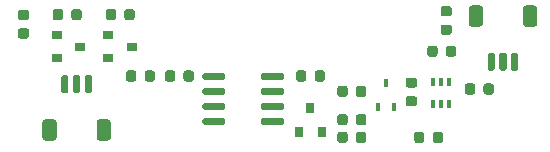
<source format=gbr>
%TF.GenerationSoftware,KiCad,Pcbnew,(5.1.10-1-10_14)*%
%TF.CreationDate,2023-04-11T22:44:58+12:00*%
%TF.ProjectId,BMSladder,424d536c-6164-4646-9572-2e6b69636164,rev?*%
%TF.SameCoordinates,Original*%
%TF.FileFunction,Paste,Top*%
%TF.FilePolarity,Positive*%
%FSLAX46Y46*%
G04 Gerber Fmt 4.6, Leading zero omitted, Abs format (unit mm)*
G04 Created by KiCad (PCBNEW (5.1.10-1-10_14)) date 2023-04-11 22:44:58*
%MOMM*%
%LPD*%
G01*
G04 APERTURE LIST*
%ADD10R,0.800000X0.900000*%
%ADD11R,0.900000X0.800000*%
%ADD12R,0.400000X0.650000*%
%ADD13R,0.450000X0.700000*%
G04 APERTURE END LIST*
%TO.C,J2*%
G36*
G01*
X28300000Y-31225001D02*
X28300000Y-29924999D01*
G75*
G02*
X28549999Y-29675000I249999J0D01*
G01*
X29250001Y-29675000D01*
G75*
G02*
X29500000Y-29924999I0J-249999D01*
G01*
X29500000Y-31225001D01*
G75*
G02*
X29250001Y-31475000I-249999J0D01*
G01*
X28549999Y-31475000D01*
G75*
G02*
X28300000Y-31225001I0J249999D01*
G01*
G37*
G36*
G01*
X23700000Y-31225001D02*
X23700000Y-29924999D01*
G75*
G02*
X23949999Y-29675000I249999J0D01*
G01*
X24650001Y-29675000D01*
G75*
G02*
X24900000Y-29924999I0J-249999D01*
G01*
X24900000Y-31225001D01*
G75*
G02*
X24650001Y-31475000I-249999J0D01*
G01*
X23949999Y-31475000D01*
G75*
G02*
X23700000Y-31225001I0J249999D01*
G01*
G37*
G36*
G01*
X27300000Y-27325000D02*
X27300000Y-26075000D01*
G75*
G02*
X27450000Y-25925000I150000J0D01*
G01*
X27750000Y-25925000D01*
G75*
G02*
X27900000Y-26075000I0J-150000D01*
G01*
X27900000Y-27325000D01*
G75*
G02*
X27750000Y-27475000I-150000J0D01*
G01*
X27450000Y-27475000D01*
G75*
G02*
X27300000Y-27325000I0J150000D01*
G01*
G37*
G36*
G01*
X26300000Y-27325000D02*
X26300000Y-26075000D01*
G75*
G02*
X26450000Y-25925000I150000J0D01*
G01*
X26750000Y-25925000D01*
G75*
G02*
X26900000Y-26075000I0J-150000D01*
G01*
X26900000Y-27325000D01*
G75*
G02*
X26750000Y-27475000I-150000J0D01*
G01*
X26450000Y-27475000D01*
G75*
G02*
X26300000Y-27325000I0J150000D01*
G01*
G37*
G36*
G01*
X25300000Y-27325000D02*
X25300000Y-26075000D01*
G75*
G02*
X25450000Y-25925000I150000J0D01*
G01*
X25750000Y-25925000D01*
G75*
G02*
X25900000Y-26075000I0J-150000D01*
G01*
X25900000Y-27325000D01*
G75*
G02*
X25750000Y-27475000I-150000J0D01*
G01*
X25450000Y-27475000D01*
G75*
G02*
X25300000Y-27325000I0J150000D01*
G01*
G37*
%TD*%
%TO.C,J1*%
G36*
G01*
X61000000Y-20274999D02*
X61000000Y-21575001D01*
G75*
G02*
X60750001Y-21825000I-249999J0D01*
G01*
X60049999Y-21825000D01*
G75*
G02*
X59800000Y-21575001I0J249999D01*
G01*
X59800000Y-20274999D01*
G75*
G02*
X60049999Y-20025000I249999J0D01*
G01*
X60750001Y-20025000D01*
G75*
G02*
X61000000Y-20274999I0J-249999D01*
G01*
G37*
G36*
G01*
X65600000Y-20274999D02*
X65600000Y-21575001D01*
G75*
G02*
X65350001Y-21825000I-249999J0D01*
G01*
X64649999Y-21825000D01*
G75*
G02*
X64400000Y-21575001I0J249999D01*
G01*
X64400000Y-20274999D01*
G75*
G02*
X64649999Y-20025000I249999J0D01*
G01*
X65350001Y-20025000D01*
G75*
G02*
X65600000Y-20274999I0J-249999D01*
G01*
G37*
G36*
G01*
X62000000Y-24175000D02*
X62000000Y-25425000D01*
G75*
G02*
X61850000Y-25575000I-150000J0D01*
G01*
X61550000Y-25575000D01*
G75*
G02*
X61400000Y-25425000I0J150000D01*
G01*
X61400000Y-24175000D01*
G75*
G02*
X61550000Y-24025000I150000J0D01*
G01*
X61850000Y-24025000D01*
G75*
G02*
X62000000Y-24175000I0J-150000D01*
G01*
G37*
G36*
G01*
X63000000Y-24175000D02*
X63000000Y-25425000D01*
G75*
G02*
X62850000Y-25575000I-150000J0D01*
G01*
X62550000Y-25575000D01*
G75*
G02*
X62400000Y-25425000I0J150000D01*
G01*
X62400000Y-24175000D01*
G75*
G02*
X62550000Y-24025000I150000J0D01*
G01*
X62850000Y-24025000D01*
G75*
G02*
X63000000Y-24175000I0J-150000D01*
G01*
G37*
G36*
G01*
X64000000Y-24175000D02*
X64000000Y-25425000D01*
G75*
G02*
X63850000Y-25575000I-150000J0D01*
G01*
X63550000Y-25575000D01*
G75*
G02*
X63400000Y-25425000I0J150000D01*
G01*
X63400000Y-24175000D01*
G75*
G02*
X63550000Y-24025000I150000J0D01*
G01*
X63850000Y-24025000D01*
G75*
G02*
X64000000Y-24175000I0J-150000D01*
G01*
G37*
%TD*%
%TO.C,D1*%
G36*
G01*
X58156250Y-20950000D02*
X57643750Y-20950000D01*
G75*
G02*
X57425000Y-20731250I0J218750D01*
G01*
X57425000Y-20293750D01*
G75*
G02*
X57643750Y-20075000I218750J0D01*
G01*
X58156250Y-20075000D01*
G75*
G02*
X58375000Y-20293750I0J-218750D01*
G01*
X58375000Y-20731250D01*
G75*
G02*
X58156250Y-20950000I-218750J0D01*
G01*
G37*
G36*
G01*
X58156250Y-22525000D02*
X57643750Y-22525000D01*
G75*
G02*
X57425000Y-22306250I0J218750D01*
G01*
X57425000Y-21868750D01*
G75*
G02*
X57643750Y-21650000I218750J0D01*
G01*
X58156250Y-21650000D01*
G75*
G02*
X58375000Y-21868750I0J-218750D01*
G01*
X58375000Y-22306250D01*
G75*
G02*
X58156250Y-22525000I-218750J0D01*
G01*
G37*
%TD*%
%TO.C,R3*%
G36*
G01*
X49550000Y-30943750D02*
X49550000Y-31456250D01*
G75*
G02*
X49331250Y-31675000I-218750J0D01*
G01*
X48893750Y-31675000D01*
G75*
G02*
X48675000Y-31456250I0J218750D01*
G01*
X48675000Y-30943750D01*
G75*
G02*
X48893750Y-30725000I218750J0D01*
G01*
X49331250Y-30725000D01*
G75*
G02*
X49550000Y-30943750I0J-218750D01*
G01*
G37*
G36*
G01*
X51125000Y-30943750D02*
X51125000Y-31456250D01*
G75*
G02*
X50906250Y-31675000I-218750J0D01*
G01*
X50468750Y-31675000D01*
G75*
G02*
X50250000Y-31456250I0J218750D01*
G01*
X50250000Y-30943750D01*
G75*
G02*
X50468750Y-30725000I218750J0D01*
G01*
X50906250Y-30725000D01*
G75*
G02*
X51125000Y-30943750I0J-218750D01*
G01*
G37*
%TD*%
%TO.C,U2*%
G36*
G01*
X42200000Y-26195000D02*
X42200000Y-25895000D01*
G75*
G02*
X42350000Y-25745000I150000J0D01*
G01*
X44000000Y-25745000D01*
G75*
G02*
X44150000Y-25895000I0J-150000D01*
G01*
X44150000Y-26195000D01*
G75*
G02*
X44000000Y-26345000I-150000J0D01*
G01*
X42350000Y-26345000D01*
G75*
G02*
X42200000Y-26195000I0J150000D01*
G01*
G37*
G36*
G01*
X42200000Y-27465000D02*
X42200000Y-27165000D01*
G75*
G02*
X42350000Y-27015000I150000J0D01*
G01*
X44000000Y-27015000D01*
G75*
G02*
X44150000Y-27165000I0J-150000D01*
G01*
X44150000Y-27465000D01*
G75*
G02*
X44000000Y-27615000I-150000J0D01*
G01*
X42350000Y-27615000D01*
G75*
G02*
X42200000Y-27465000I0J150000D01*
G01*
G37*
G36*
G01*
X42200000Y-28735000D02*
X42200000Y-28435000D01*
G75*
G02*
X42350000Y-28285000I150000J0D01*
G01*
X44000000Y-28285000D01*
G75*
G02*
X44150000Y-28435000I0J-150000D01*
G01*
X44150000Y-28735000D01*
G75*
G02*
X44000000Y-28885000I-150000J0D01*
G01*
X42350000Y-28885000D01*
G75*
G02*
X42200000Y-28735000I0J150000D01*
G01*
G37*
G36*
G01*
X42200000Y-30005000D02*
X42200000Y-29705000D01*
G75*
G02*
X42350000Y-29555000I150000J0D01*
G01*
X44000000Y-29555000D01*
G75*
G02*
X44150000Y-29705000I0J-150000D01*
G01*
X44150000Y-30005000D01*
G75*
G02*
X44000000Y-30155000I-150000J0D01*
G01*
X42350000Y-30155000D01*
G75*
G02*
X42200000Y-30005000I0J150000D01*
G01*
G37*
G36*
G01*
X37250000Y-30005000D02*
X37250000Y-29705000D01*
G75*
G02*
X37400000Y-29555000I150000J0D01*
G01*
X39050000Y-29555000D01*
G75*
G02*
X39200000Y-29705000I0J-150000D01*
G01*
X39200000Y-30005000D01*
G75*
G02*
X39050000Y-30155000I-150000J0D01*
G01*
X37400000Y-30155000D01*
G75*
G02*
X37250000Y-30005000I0J150000D01*
G01*
G37*
G36*
G01*
X37250000Y-28735000D02*
X37250000Y-28435000D01*
G75*
G02*
X37400000Y-28285000I150000J0D01*
G01*
X39050000Y-28285000D01*
G75*
G02*
X39200000Y-28435000I0J-150000D01*
G01*
X39200000Y-28735000D01*
G75*
G02*
X39050000Y-28885000I-150000J0D01*
G01*
X37400000Y-28885000D01*
G75*
G02*
X37250000Y-28735000I0J150000D01*
G01*
G37*
G36*
G01*
X37250000Y-27465000D02*
X37250000Y-27165000D01*
G75*
G02*
X37400000Y-27015000I150000J0D01*
G01*
X39050000Y-27015000D01*
G75*
G02*
X39200000Y-27165000I0J-150000D01*
G01*
X39200000Y-27465000D01*
G75*
G02*
X39050000Y-27615000I-150000J0D01*
G01*
X37400000Y-27615000D01*
G75*
G02*
X37250000Y-27465000I0J150000D01*
G01*
G37*
G36*
G01*
X37250000Y-26195000D02*
X37250000Y-25895000D01*
G75*
G02*
X37400000Y-25745000I150000J0D01*
G01*
X39050000Y-25745000D01*
G75*
G02*
X39200000Y-25895000I0J-150000D01*
G01*
X39200000Y-26195000D01*
G75*
G02*
X39050000Y-26345000I-150000J0D01*
G01*
X37400000Y-26345000D01*
G75*
G02*
X37250000Y-26195000I0J150000D01*
G01*
G37*
%TD*%
D10*
%TO.C,U1*%
X46400000Y-28700000D03*
X47350000Y-30700000D03*
X45450000Y-30700000D03*
%TD*%
%TO.C,R13*%
G36*
G01*
X26150000Y-21056250D02*
X26150000Y-20543750D01*
G75*
G02*
X26368750Y-20325000I218750J0D01*
G01*
X26806250Y-20325000D01*
G75*
G02*
X27025000Y-20543750I0J-218750D01*
G01*
X27025000Y-21056250D01*
G75*
G02*
X26806250Y-21275000I-218750J0D01*
G01*
X26368750Y-21275000D01*
G75*
G02*
X26150000Y-21056250I0J218750D01*
G01*
G37*
G36*
G01*
X24575000Y-21056250D02*
X24575000Y-20543750D01*
G75*
G02*
X24793750Y-20325000I218750J0D01*
G01*
X25231250Y-20325000D01*
G75*
G02*
X25450000Y-20543750I0J-218750D01*
G01*
X25450000Y-21056250D01*
G75*
G02*
X25231250Y-21275000I-218750J0D01*
G01*
X24793750Y-21275000D01*
G75*
G02*
X24575000Y-21056250I0J218750D01*
G01*
G37*
%TD*%
%TO.C,R12*%
G36*
G01*
X22356250Y-21250000D02*
X21843750Y-21250000D01*
G75*
G02*
X21625000Y-21031250I0J218750D01*
G01*
X21625000Y-20593750D01*
G75*
G02*
X21843750Y-20375000I218750J0D01*
G01*
X22356250Y-20375000D01*
G75*
G02*
X22575000Y-20593750I0J-218750D01*
G01*
X22575000Y-21031250D01*
G75*
G02*
X22356250Y-21250000I-218750J0D01*
G01*
G37*
G36*
G01*
X22356250Y-22825000D02*
X21843750Y-22825000D01*
G75*
G02*
X21625000Y-22606250I0J218750D01*
G01*
X21625000Y-22168750D01*
G75*
G02*
X21843750Y-21950000I218750J0D01*
G01*
X22356250Y-21950000D01*
G75*
G02*
X22575000Y-22168750I0J-218750D01*
G01*
X22575000Y-22606250D01*
G75*
G02*
X22356250Y-22825000I-218750J0D01*
G01*
G37*
%TD*%
%TO.C,R11*%
G36*
G01*
X29950000Y-20543750D02*
X29950000Y-21056250D01*
G75*
G02*
X29731250Y-21275000I-218750J0D01*
G01*
X29293750Y-21275000D01*
G75*
G02*
X29075000Y-21056250I0J218750D01*
G01*
X29075000Y-20543750D01*
G75*
G02*
X29293750Y-20325000I218750J0D01*
G01*
X29731250Y-20325000D01*
G75*
G02*
X29950000Y-20543750I0J-218750D01*
G01*
G37*
G36*
G01*
X31525000Y-20543750D02*
X31525000Y-21056250D01*
G75*
G02*
X31306250Y-21275000I-218750J0D01*
G01*
X30868750Y-21275000D01*
G75*
G02*
X30650000Y-21056250I0J218750D01*
G01*
X30650000Y-20543750D01*
G75*
G02*
X30868750Y-20325000I218750J0D01*
G01*
X31306250Y-20325000D01*
G75*
G02*
X31525000Y-20543750I0J-218750D01*
G01*
G37*
%TD*%
%TO.C,R10*%
G36*
G01*
X31650000Y-25743750D02*
X31650000Y-26256250D01*
G75*
G02*
X31431250Y-26475000I-218750J0D01*
G01*
X30993750Y-26475000D01*
G75*
G02*
X30775000Y-26256250I0J218750D01*
G01*
X30775000Y-25743750D01*
G75*
G02*
X30993750Y-25525000I218750J0D01*
G01*
X31431250Y-25525000D01*
G75*
G02*
X31650000Y-25743750I0J-218750D01*
G01*
G37*
G36*
G01*
X33225000Y-25743750D02*
X33225000Y-26256250D01*
G75*
G02*
X33006250Y-26475000I-218750J0D01*
G01*
X32568750Y-26475000D01*
G75*
G02*
X32350000Y-26256250I0J218750D01*
G01*
X32350000Y-25743750D01*
G75*
G02*
X32568750Y-25525000I218750J0D01*
G01*
X33006250Y-25525000D01*
G75*
G02*
X33225000Y-25743750I0J-218750D01*
G01*
G37*
%TD*%
%TO.C,R9*%
G36*
G01*
X49550000Y-27043750D02*
X49550000Y-27556250D01*
G75*
G02*
X49331250Y-27775000I-218750J0D01*
G01*
X48893750Y-27775000D01*
G75*
G02*
X48675000Y-27556250I0J218750D01*
G01*
X48675000Y-27043750D01*
G75*
G02*
X48893750Y-26825000I218750J0D01*
G01*
X49331250Y-26825000D01*
G75*
G02*
X49550000Y-27043750I0J-218750D01*
G01*
G37*
G36*
G01*
X51125000Y-27043750D02*
X51125000Y-27556250D01*
G75*
G02*
X50906250Y-27775000I-218750J0D01*
G01*
X50468750Y-27775000D01*
G75*
G02*
X50250000Y-27556250I0J218750D01*
G01*
X50250000Y-27043750D01*
G75*
G02*
X50468750Y-26825000I218750J0D01*
G01*
X50906250Y-26825000D01*
G75*
G02*
X51125000Y-27043750I0J-218750D01*
G01*
G37*
%TD*%
%TO.C,R8*%
G36*
G01*
X54693750Y-27700000D02*
X55206250Y-27700000D01*
G75*
G02*
X55425000Y-27918750I0J-218750D01*
G01*
X55425000Y-28356250D01*
G75*
G02*
X55206250Y-28575000I-218750J0D01*
G01*
X54693750Y-28575000D01*
G75*
G02*
X54475000Y-28356250I0J218750D01*
G01*
X54475000Y-27918750D01*
G75*
G02*
X54693750Y-27700000I218750J0D01*
G01*
G37*
G36*
G01*
X54693750Y-26125000D02*
X55206250Y-26125000D01*
G75*
G02*
X55425000Y-26343750I0J-218750D01*
G01*
X55425000Y-26781250D01*
G75*
G02*
X55206250Y-27000000I-218750J0D01*
G01*
X54693750Y-27000000D01*
G75*
G02*
X54475000Y-26781250I0J218750D01*
G01*
X54475000Y-26343750D01*
G75*
G02*
X54693750Y-26125000I218750J0D01*
G01*
G37*
%TD*%
%TO.C,R6*%
G36*
G01*
X61050000Y-27356250D02*
X61050000Y-26843750D01*
G75*
G02*
X61268750Y-26625000I218750J0D01*
G01*
X61706250Y-26625000D01*
G75*
G02*
X61925000Y-26843750I0J-218750D01*
G01*
X61925000Y-27356250D01*
G75*
G02*
X61706250Y-27575000I-218750J0D01*
G01*
X61268750Y-27575000D01*
G75*
G02*
X61050000Y-27356250I0J218750D01*
G01*
G37*
G36*
G01*
X59475000Y-27356250D02*
X59475000Y-26843750D01*
G75*
G02*
X59693750Y-26625000I218750J0D01*
G01*
X60131250Y-26625000D01*
G75*
G02*
X60350000Y-26843750I0J-218750D01*
G01*
X60350000Y-27356250D01*
G75*
G02*
X60131250Y-27575000I-218750J0D01*
G01*
X59693750Y-27575000D01*
G75*
G02*
X59475000Y-27356250I0J218750D01*
G01*
G37*
%TD*%
%TO.C,R5*%
G36*
G01*
X57862500Y-24156250D02*
X57862500Y-23643750D01*
G75*
G02*
X58081250Y-23425000I218750J0D01*
G01*
X58518750Y-23425000D01*
G75*
G02*
X58737500Y-23643750I0J-218750D01*
G01*
X58737500Y-24156250D01*
G75*
G02*
X58518750Y-24375000I-218750J0D01*
G01*
X58081250Y-24375000D01*
G75*
G02*
X57862500Y-24156250I0J218750D01*
G01*
G37*
G36*
G01*
X56287500Y-24156250D02*
X56287500Y-23643750D01*
G75*
G02*
X56506250Y-23425000I218750J0D01*
G01*
X56943750Y-23425000D01*
G75*
G02*
X57162500Y-23643750I0J-218750D01*
G01*
X57162500Y-24156250D01*
G75*
G02*
X56943750Y-24375000I-218750J0D01*
G01*
X56506250Y-24375000D01*
G75*
G02*
X56287500Y-24156250I0J218750D01*
G01*
G37*
%TD*%
%TO.C,R4*%
G36*
G01*
X50250000Y-29956250D02*
X50250000Y-29443750D01*
G75*
G02*
X50468750Y-29225000I218750J0D01*
G01*
X50906250Y-29225000D01*
G75*
G02*
X51125000Y-29443750I0J-218750D01*
G01*
X51125000Y-29956250D01*
G75*
G02*
X50906250Y-30175000I-218750J0D01*
G01*
X50468750Y-30175000D01*
G75*
G02*
X50250000Y-29956250I0J218750D01*
G01*
G37*
G36*
G01*
X48675000Y-29956250D02*
X48675000Y-29443750D01*
G75*
G02*
X48893750Y-29225000I218750J0D01*
G01*
X49331250Y-29225000D01*
G75*
G02*
X49550000Y-29443750I0J-218750D01*
G01*
X49550000Y-29956250D01*
G75*
G02*
X49331250Y-30175000I-218750J0D01*
G01*
X48893750Y-30175000D01*
G75*
G02*
X48675000Y-29956250I0J218750D01*
G01*
G37*
%TD*%
%TO.C,R2*%
G36*
G01*
X46050000Y-25743750D02*
X46050000Y-26256250D01*
G75*
G02*
X45831250Y-26475000I-218750J0D01*
G01*
X45393750Y-26475000D01*
G75*
G02*
X45175000Y-26256250I0J218750D01*
G01*
X45175000Y-25743750D01*
G75*
G02*
X45393750Y-25525000I218750J0D01*
G01*
X45831250Y-25525000D01*
G75*
G02*
X46050000Y-25743750I0J-218750D01*
G01*
G37*
G36*
G01*
X47625000Y-25743750D02*
X47625000Y-26256250D01*
G75*
G02*
X47406250Y-26475000I-218750J0D01*
G01*
X46968750Y-26475000D01*
G75*
G02*
X46750000Y-26256250I0J218750D01*
G01*
X46750000Y-25743750D01*
G75*
G02*
X46968750Y-25525000I218750J0D01*
G01*
X47406250Y-25525000D01*
G75*
G02*
X47625000Y-25743750I0J-218750D01*
G01*
G37*
%TD*%
%TO.C,R1*%
G36*
G01*
X56050000Y-30943750D02*
X56050000Y-31456250D01*
G75*
G02*
X55831250Y-31675000I-218750J0D01*
G01*
X55393750Y-31675000D01*
G75*
G02*
X55175000Y-31456250I0J218750D01*
G01*
X55175000Y-30943750D01*
G75*
G02*
X55393750Y-30725000I218750J0D01*
G01*
X55831250Y-30725000D01*
G75*
G02*
X56050000Y-30943750I0J-218750D01*
G01*
G37*
G36*
G01*
X57625000Y-30943750D02*
X57625000Y-31456250D01*
G75*
G02*
X57406250Y-31675000I-218750J0D01*
G01*
X56968750Y-31675000D01*
G75*
G02*
X56750000Y-31456250I0J218750D01*
G01*
X56750000Y-30943750D01*
G75*
G02*
X56968750Y-30725000I218750J0D01*
G01*
X57406250Y-30725000D01*
G75*
G02*
X57625000Y-30943750I0J-218750D01*
G01*
G37*
%TD*%
D11*
%TO.C,Q3*%
X26900000Y-23500000D03*
X24900000Y-24450000D03*
X24900000Y-22550000D03*
%TD*%
%TO.C,Q2*%
X31300000Y-23500000D03*
X29300000Y-24450000D03*
X29300000Y-22550000D03*
%TD*%
D12*
%TO.C,Q1*%
X58100000Y-28400000D03*
X56800000Y-28400000D03*
X57450000Y-26500000D03*
X57450000Y-28400000D03*
X56800000Y-26500000D03*
X58100000Y-26500000D03*
%TD*%
D13*
%TO.C,D2*%
X52800000Y-26600000D03*
X53450000Y-28600000D03*
X52150000Y-28600000D03*
%TD*%
%TO.C,C1*%
G36*
G01*
X34950000Y-25743750D02*
X34950000Y-26256250D01*
G75*
G02*
X34731250Y-26475000I-218750J0D01*
G01*
X34293750Y-26475000D01*
G75*
G02*
X34075000Y-26256250I0J218750D01*
G01*
X34075000Y-25743750D01*
G75*
G02*
X34293750Y-25525000I218750J0D01*
G01*
X34731250Y-25525000D01*
G75*
G02*
X34950000Y-25743750I0J-218750D01*
G01*
G37*
G36*
G01*
X36525000Y-25743750D02*
X36525000Y-26256250D01*
G75*
G02*
X36306250Y-26475000I-218750J0D01*
G01*
X35868750Y-26475000D01*
G75*
G02*
X35650000Y-26256250I0J218750D01*
G01*
X35650000Y-25743750D01*
G75*
G02*
X35868750Y-25525000I218750J0D01*
G01*
X36306250Y-25525000D01*
G75*
G02*
X36525000Y-25743750I0J-218750D01*
G01*
G37*
%TD*%
M02*

</source>
